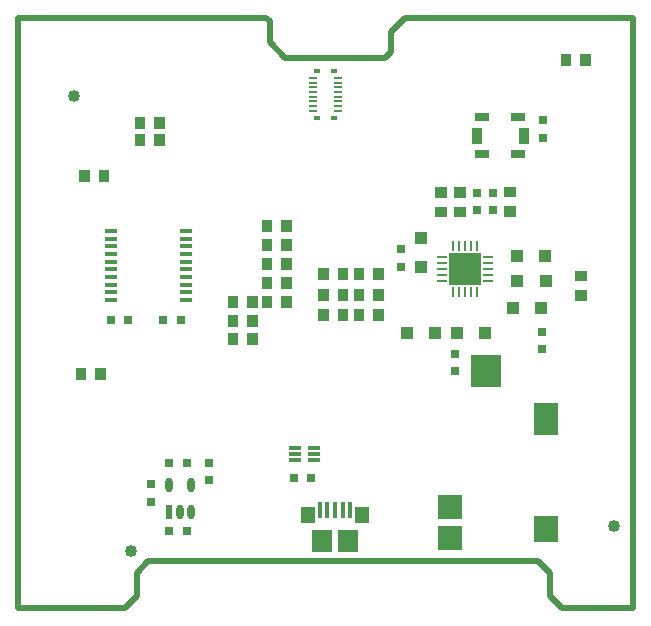
<source format=gbr>
G04 ================== begin FILE IDENTIFICATION RECORD ==================*
G04 Layout Name:  STEVAL-STLCX01V1.brd*
G04 Film Name:    STEVAL-STLCX01V1-11PMT.GBR*
G04 File Format:  Gerber RS274X*
G04 File Origin:  Cadence Allegro 16.5-P002*
G04 Origin Date:  Mon May 16 11:09:18 2016*
G04 *
G04 Layer:  VIA CLASS/PASTEMASK_TOP*
G04 Layer:  PIN/PASTEMASK_TOP*
G04 Layer:  PACKAGE GEOMETRY/PASTEMASK_TOP*
G04 Layer:  BOARD GEOMETRY/TOOLING_CORNERS*
G04 *
G04 Offset:    (0.0000 0.0000)*
G04 Mirror:    No*
G04 Mode:      Positive*
G04 Rotation:  0*
G04 FullContactRelief:  No*
G04 UndefLineWidth:     0.0000*
G04 ================== end FILE IDENTIFICATION RECORD ====================*
%FSLAX25Y25*MOMM*%
%IR0*IPPOS*OFA0.00000B0.00000*MIA0B0*SFA1.00000B1.00000*%
%ADD12R,1.1X.3*%
%ADD28R,1.15X.75*%
%ADD27R,.95X1.4*%
%ADD11R,.762X.762*%
%ADD18R,.4064X1.4478*%
%ADD21R,2.1X2.*%
%ADD29R,2.1X2.2*%
%ADD14O,.5989X1.1989*%
%ADD13R,.5989X1.1989*%
%ADD30R,2.1X2.7*%
%ADD23R,2.6X2.7*%
%ADD15R,1.15X1.45*%
%ADD22R,1.X1.*%
%ADD10C,1.016*%
%ADD17R,1.75X1.9*%
%ADD26R,.28X.85*%
%ADD19R,.59X.44*%
%ADD25R,.85X.28*%
%ADD24R,2.7X2.7*%
%ADD20R,.7366X.23*%
%ADD16R,.9906X.3048*%
%ADD31C,.5*%
G75*
%LPD*%
G75*
G36*
G01X737000Y1929200D02*
Y2030800D01*
X648100D01*
Y1929200D01*
X737000D01*
G37*
G36*
G01X571900D02*
Y2030800D01*
X483000D01*
Y1929200D01*
X571900D01*
G37*
G36*
G01X767000Y3609200D02*
Y3710800D01*
X678100D01*
Y3609200D01*
X767000D01*
G37*
G36*
G01X601900D02*
Y3710800D01*
X513000D01*
Y3609200D01*
X601900D01*
G37*
G36*
G01X1237000Y3909200D02*
Y4010800D01*
X1148100D01*
Y3909200D01*
X1237000D01*
G37*
G36*
G01X1071900D02*
Y4010800D01*
X983000D01*
Y3909200D01*
X1071900D01*
G37*
G36*
G01X983000Y4160800D02*
Y4059200D01*
X1071900D01*
Y4160800D01*
X983000D01*
G37*
G36*
G01X1148100D02*
Y4059200D01*
X1237000D01*
Y4160800D01*
X1148100D01*
G37*
G36*
G01X1861900Y2224200D02*
Y2325800D01*
X1773000D01*
Y2224200D01*
X1861900D01*
G37*
G36*
G01X2027000D02*
Y2325800D01*
X1938100D01*
Y2224200D01*
X2027000D01*
G37*
G36*
G01X1773000Y2485800D02*
Y2384200D01*
X1861900D01*
Y2485800D01*
X1773000D01*
G37*
G36*
G01X1938100D02*
Y2384200D01*
X2027000D01*
Y2485800D01*
X1938100D01*
G37*
G36*
G01X2058000Y3285800D02*
Y3184200D01*
X2146900D01*
Y3285800D01*
X2058000D01*
G37*
G36*
G01X2223100D02*
Y3184200D01*
X2312000D01*
Y3285800D01*
X2223100D01*
G37*
G36*
G01X2312000Y3024200D02*
Y3125800D01*
X2223100D01*
Y3024200D01*
X2312000D01*
G37*
G36*
G01X2146900D02*
Y3125800D01*
X2058000D01*
Y3024200D01*
X2146900D01*
G37*
G36*
G01X2058000Y2965800D02*
Y2864200D01*
X2146900D01*
Y2965800D01*
X2058000D01*
G37*
G36*
G01X2223100D02*
Y2864200D01*
X2312000D01*
Y2965800D01*
X2223100D01*
G37*
G36*
G01X2058000Y2805800D02*
Y2704200D01*
X2146900D01*
Y2805800D01*
X2058000D01*
G37*
G36*
G01X2223100D02*
Y2704200D01*
X2312000D01*
Y2805800D01*
X2223100D01*
G37*
G36*
G01X2058000Y2645800D02*
Y2544200D01*
X2146900D01*
Y2645800D01*
X2058000D01*
G37*
G36*
G01X2223100D02*
Y2544200D01*
X2312000D01*
Y2645800D01*
X2223100D01*
G37*
G36*
G01X1773000D02*
Y2544200D01*
X1861900D01*
Y2645800D01*
X1773000D01*
G37*
G36*
G01X1938100D02*
Y2544200D01*
X2027000D01*
Y2645800D01*
X1938100D01*
G37*
G36*
G01X2538000Y2875800D02*
Y2774200D01*
X2626900D01*
Y2875800D01*
X2538000D01*
G37*
G36*
G01X2703100D02*
Y2774200D01*
X2792000D01*
Y2875800D01*
X2703100D01*
G37*
G36*
G01X3092000Y2774200D02*
Y2875800D01*
X3003100D01*
Y2774200D01*
X3092000D01*
G37*
G36*
G01X2926900D02*
Y2875800D01*
X2838000D01*
Y2774200D01*
X2926900D01*
G37*
G36*
G01X3092000Y2434200D02*
Y2535800D01*
X3003100D01*
Y2434200D01*
X3092000D01*
G37*
G36*
G01X2926900D02*
Y2535800D01*
X2838000D01*
Y2434200D01*
X2926900D01*
G37*
G36*
G01X2792000D02*
Y2535800D01*
X2703100D01*
Y2434200D01*
X2792000D01*
G37*
G36*
G01X2626900D02*
Y2535800D01*
X2538000D01*
Y2434200D01*
X2626900D01*
G37*
G36*
G01X3092000Y2604200D02*
Y2705800D01*
X3003100D01*
Y2604200D01*
X3092000D01*
G37*
G36*
G01X2926900D02*
Y2705800D01*
X2838000D01*
Y2604200D01*
X2926900D01*
G37*
G36*
G01X2792000D02*
Y2705800D01*
X2703100D01*
Y2604200D01*
X2792000D01*
G37*
G36*
G01X2626900D02*
Y2705800D01*
X2538000D01*
Y2604200D01*
X2626900D01*
G37*
G36*
G01X3625800Y3562000D02*
X3524200D01*
Y3473100D01*
X3625800D01*
Y3562000D01*
G37*
G36*
G01Y3396900D02*
X3524200D01*
Y3308000D01*
X3625800D01*
Y3396900D01*
G37*
G36*
G01X3785800Y3562000D02*
X3684200D01*
Y3473100D01*
X3785800D01*
Y3562000D01*
G37*
G36*
G01Y3396900D02*
X3684200D01*
Y3308000D01*
X3785800D01*
Y3396900D01*
G37*
G36*
G01X4714200Y2603000D02*
X4815800D01*
Y2691900D01*
X4714200D01*
Y2603000D01*
G37*
G36*
G01Y2768100D02*
X4815800D01*
Y2857000D01*
X4714200D01*
Y2768100D01*
G37*
G36*
G01X4210800Y3567000D02*
X4109200D01*
Y3478100D01*
X4210800D01*
Y3567000D01*
G37*
G36*
G01Y3401900D02*
X4109200D01*
Y3313000D01*
X4210800D01*
Y3401900D01*
G37*
G36*
G01X4681900Y4589200D02*
Y4690800D01*
X4593000D01*
Y4589200D01*
X4681900D01*
G37*
G36*
G01X4847000D02*
Y4690800D01*
X4758100D01*
Y4589200D01*
X4847000D01*
G37*
G54D10*
X955000Y485000D03*
X470000Y4335000D03*
X5040000Y695000D03*
G54D20*
X2491500Y4210000D03*
X2708500D03*
X2491500Y4250000D03*
X2708500D03*
X2491500Y4290000D03*
X2708500D03*
X2491500Y4330000D03*
X2708500D03*
X2491500Y4370000D03*
X2708500D03*
X2491500Y4410000D03*
X2708500D03*
X2491500Y4450000D03*
X2708500D03*
X2491500Y4490000D03*
X2708500D03*
G54D11*
X928660Y2440000D03*
X781340D03*
X1423660Y650000D03*
X1276340D03*
X1120000Y901340D03*
X1615000Y1081340D03*
Y1228660D03*
X1423660Y1230000D03*
X1276340D03*
X1120000Y1048660D03*
X1373660Y2440000D03*
X1226340D03*
X2331340Y1100000D03*
X2478660D03*
X3695000Y2006340D03*
Y2153660D03*
X3240000Y2891340D03*
Y3038660D03*
X3880000Y3371340D03*
Y3518660D03*
X4430000Y2191340D03*
Y2338660D03*
X4015000Y3371340D03*
Y3518660D03*
X4440000Y3981340D03*
Y4128660D03*
G54D30*
X4465000Y1600000D03*
G54D21*
X3655000Y590000D03*
Y860000D03*
G54D12*
X780000Y2607500D03*
Y2672500D03*
Y2737500D03*
Y2802500D03*
Y2867500D03*
Y2932500D03*
Y2997500D03*
Y3062500D03*
Y3127500D03*
Y3192500D03*
X1420000D03*
Y3127500D03*
Y3062500D03*
Y2997500D03*
Y2932500D03*
Y2867500D03*
Y2802500D03*
Y2737500D03*
Y2672500D03*
Y2607500D03*
G54D31*
G01X5200000Y0D02*
Y5000000D01*
X3270000D01*
X3150000Y4880000D01*
Y4710000D01*
X3100000Y4660000D01*
X2260000D01*
X2130000Y4790000D01*
Y4970000D01*
X2100000Y5000000D01*
X0D01*
Y0D01*
X900000D01*
X1000000Y100000D01*
Y300000D01*
X1100000Y400000D01*
X4400000D01*
X4500000Y300000D01*
Y100000D01*
X4600000Y0D01*
X5200000D01*
G54D22*
X3530000Y2330000D03*
X3290000D03*
X3950000D03*
X3710000D03*
X3405000Y3130000D03*
Y2890000D03*
X4185000Y2540000D03*
X4425000D03*
X4225000Y2770000D03*
X4465000D03*
X4220000Y2980000D03*
X4460000D03*
G54D13*
X1275000Y815000D03*
G54D23*
X3955000Y2010000D03*
G54D14*
X1370000Y815000D03*
X1464990D03*
Y1045100D03*
X1275000Y1045000D03*
G54D24*
X3780000Y2870000D03*
G54D15*
X2448000Y788000D03*
X2912000D03*
G54D16*
X2340000Y1255000D03*
Y1305000D03*
Y1355000D03*
X2500000D03*
Y1305000D03*
Y1255000D03*
G54D25*
X3977500Y2970000D03*
Y2920000D03*
Y2870000D03*
Y2820000D03*
Y2770000D03*
X3582500D03*
Y2820000D03*
Y2870000D03*
Y2920000D03*
Y2970000D03*
G54D26*
X3880000Y2672500D03*
X3830000D03*
X3780000D03*
X3730000D03*
X3680000D03*
Y3067500D03*
X3730000D03*
X3780000D03*
X3830000D03*
X3880000D03*
G54D17*
X2792500Y565000D03*
X2567500D03*
G54D18*
X2550000Y830000D03*
X2615000D03*
X2680000D03*
X2745000D03*
X2810000D03*
G54D27*
X3880000Y4000000D03*
X4280000D03*
G54D19*
X2530500Y4153000D03*
X2669500D03*
X2530500Y4547000D03*
X2669500D03*
G54D28*
X3927500Y3842500D03*
Y4157500D03*
X4232500Y3842500D03*
Y4157500D03*
G54D29*
X4465000Y670000D03*
M02*

</source>
